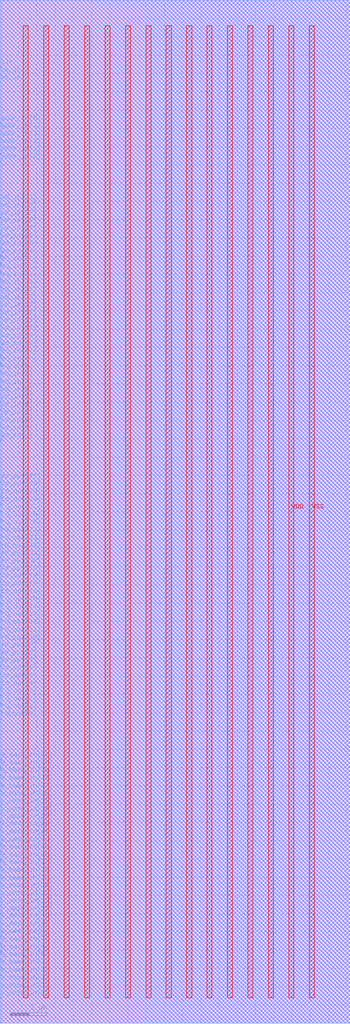
<source format=lef>
VERSION 5.7 ;
BUSBITCHARS "[]" ;
MACRO fakeram45_64x32
  FOREIGN fakeram45_64x32 0 0 ;
  SYMMETRY X Y R90 ;
  SIZE 19.190 BY 56.000 ;
  CLASS BLOCK ;
  PIN w_mask_in[0]
    DIRECTION INPUT ;
    USE SIGNAL ;
    SHAPE ABUTMENT ;
    PORT
      LAYER metal3 ;
      RECT 0.000 1.365 0.070 1.435 ;
    END
  END w_mask_in[0]
  PIN w_mask_in[1]
    DIRECTION INPUT ;
    USE SIGNAL ;
    SHAPE ABUTMENT ;
    PORT
      LAYER metal3 ;
      RECT 0.000 1.785 0.070 1.855 ;
    END
  END w_mask_in[1]
  PIN w_mask_in[2]
    DIRECTION INPUT ;
    USE SIGNAL ;
    SHAPE ABUTMENT ;
    PORT
      LAYER metal3 ;
      RECT 0.000 2.205 0.070 2.275 ;
    END
  END w_mask_in[2]
  PIN w_mask_in[3]
    DIRECTION INPUT ;
    USE SIGNAL ;
    SHAPE ABUTMENT ;
    PORT
      LAYER metal3 ;
      RECT 0.000 2.625 0.070 2.695 ;
    END
  END w_mask_in[3]
  PIN w_mask_in[4]
    DIRECTION INPUT ;
    USE SIGNAL ;
    SHAPE ABUTMENT ;
    PORT
      LAYER metal3 ;
      RECT 0.000 3.045 0.070 3.115 ;
    END
  END w_mask_in[4]
  PIN w_mask_in[5]
    DIRECTION INPUT ;
    USE SIGNAL ;
    SHAPE ABUTMENT ;
    PORT
      LAYER metal3 ;
      RECT 0.000 3.465 0.070 3.535 ;
    END
  END w_mask_in[5]
  PIN w_mask_in[6]
    DIRECTION INPUT ;
    USE SIGNAL ;
    SHAPE ABUTMENT ;
    PORT
      LAYER metal3 ;
      RECT 0.000 3.885 0.070 3.955 ;
    END
  END w_mask_in[6]
  PIN w_mask_in[7]
    DIRECTION INPUT ;
    USE SIGNAL ;
    SHAPE ABUTMENT ;
    PORT
      LAYER metal3 ;
      RECT 0.000 4.305 0.070 4.375 ;
    END
  END w_mask_in[7]
  PIN w_mask_in[8]
    DIRECTION INPUT ;
    USE SIGNAL ;
    SHAPE ABUTMENT ;
    PORT
      LAYER metal3 ;
      RECT 0.000 4.725 0.070 4.795 ;
    END
  END w_mask_in[8]
  PIN w_mask_in[9]
    DIRECTION INPUT ;
    USE SIGNAL ;
    SHAPE ABUTMENT ;
    PORT
      LAYER metal3 ;
      RECT 0.000 5.145 0.070 5.215 ;
    END
  END w_mask_in[9]
  PIN w_mask_in[10]
    DIRECTION INPUT ;
    USE SIGNAL ;
    SHAPE ABUTMENT ;
    PORT
      LAYER metal3 ;
      RECT 0.000 5.565 0.070 5.635 ;
    END
  END w_mask_in[10]
  PIN w_mask_in[11]
    DIRECTION INPUT ;
    USE SIGNAL ;
    SHAPE ABUTMENT ;
    PORT
      LAYER metal3 ;
      RECT 0.000 5.985 0.070 6.055 ;
    END
  END w_mask_in[11]
  PIN w_mask_in[12]
    DIRECTION INPUT ;
    USE SIGNAL ;
    SHAPE ABUTMENT ;
    PORT
      LAYER metal3 ;
      RECT 0.000 6.405 0.070 6.475 ;
    END
  END w_mask_in[12]
  PIN w_mask_in[13]
    DIRECTION INPUT ;
    USE SIGNAL ;
    SHAPE ABUTMENT ;
    PORT
      LAYER metal3 ;
      RECT 0.000 6.825 0.070 6.895 ;
    END
  END w_mask_in[13]
  PIN w_mask_in[14]
    DIRECTION INPUT ;
    USE SIGNAL ;
    SHAPE ABUTMENT ;
    PORT
      LAYER metal3 ;
      RECT 0.000 7.245 0.070 7.315 ;
    END
  END w_mask_in[14]
  PIN w_mask_in[15]
    DIRECTION INPUT ;
    USE SIGNAL ;
    SHAPE ABUTMENT ;
    PORT
      LAYER metal3 ;
      RECT 0.000 7.665 0.070 7.735 ;
    END
  END w_mask_in[15]
  PIN w_mask_in[16]
    DIRECTION INPUT ;
    USE SIGNAL ;
    SHAPE ABUTMENT ;
    PORT
      LAYER metal3 ;
      RECT 0.000 8.085 0.070 8.155 ;
    END
  END w_mask_in[16]
  PIN w_mask_in[17]
    DIRECTION INPUT ;
    USE SIGNAL ;
    SHAPE ABUTMENT ;
    PORT
      LAYER metal3 ;
      RECT 0.000 8.505 0.070 8.575 ;
    END
  END w_mask_in[17]
  PIN w_mask_in[18]
    DIRECTION INPUT ;
    USE SIGNAL ;
    SHAPE ABUTMENT ;
    PORT
      LAYER metal3 ;
      RECT 0.000 8.925 0.070 8.995 ;
    END
  END w_mask_in[18]
  PIN w_mask_in[19]
    DIRECTION INPUT ;
    USE SIGNAL ;
    SHAPE ABUTMENT ;
    PORT
      LAYER metal3 ;
      RECT 0.000 9.345 0.070 9.415 ;
    END
  END w_mask_in[19]
  PIN w_mask_in[20]
    DIRECTION INPUT ;
    USE SIGNAL ;
    SHAPE ABUTMENT ;
    PORT
      LAYER metal3 ;
      RECT 0.000 9.765 0.070 9.835 ;
    END
  END w_mask_in[20]
  PIN w_mask_in[21]
    DIRECTION INPUT ;
    USE SIGNAL ;
    SHAPE ABUTMENT ;
    PORT
      LAYER metal3 ;
      RECT 0.000 10.185 0.070 10.255 ;
    END
  END w_mask_in[21]
  PIN w_mask_in[22]
    DIRECTION INPUT ;
    USE SIGNAL ;
    SHAPE ABUTMENT ;
    PORT
      LAYER metal3 ;
      RECT 0.000 10.605 0.070 10.675 ;
    END
  END w_mask_in[22]
  PIN w_mask_in[23]
    DIRECTION INPUT ;
    USE SIGNAL ;
    SHAPE ABUTMENT ;
    PORT
      LAYER metal3 ;
      RECT 0.000 11.025 0.070 11.095 ;
    END
  END w_mask_in[23]
  PIN w_mask_in[24]
    DIRECTION INPUT ;
    USE SIGNAL ;
    SHAPE ABUTMENT ;
    PORT
      LAYER metal3 ;
      RECT 0.000 11.445 0.070 11.515 ;
    END
  END w_mask_in[24]
  PIN w_mask_in[25]
    DIRECTION INPUT ;
    USE SIGNAL ;
    SHAPE ABUTMENT ;
    PORT
      LAYER metal3 ;
      RECT 0.000 11.865 0.070 11.935 ;
    END
  END w_mask_in[25]
  PIN w_mask_in[26]
    DIRECTION INPUT ;
    USE SIGNAL ;
    SHAPE ABUTMENT ;
    PORT
      LAYER metal3 ;
      RECT 0.000 12.285 0.070 12.355 ;
    END
  END w_mask_in[26]
  PIN w_mask_in[27]
    DIRECTION INPUT ;
    USE SIGNAL ;
    SHAPE ABUTMENT ;
    PORT
      LAYER metal3 ;
      RECT 0.000 12.705 0.070 12.775 ;
    END
  END w_mask_in[27]
  PIN w_mask_in[28]
    DIRECTION INPUT ;
    USE SIGNAL ;
    SHAPE ABUTMENT ;
    PORT
      LAYER metal3 ;
      RECT 0.000 13.125 0.070 13.195 ;
    END
  END w_mask_in[28]
  PIN w_mask_in[29]
    DIRECTION INPUT ;
    USE SIGNAL ;
    SHAPE ABUTMENT ;
    PORT
      LAYER metal3 ;
      RECT 0.000 13.545 0.070 13.615 ;
    END
  END w_mask_in[29]
  PIN w_mask_in[30]
    DIRECTION INPUT ;
    USE SIGNAL ;
    SHAPE ABUTMENT ;
    PORT
      LAYER metal3 ;
      RECT 0.000 13.965 0.070 14.035 ;
    END
  END w_mask_in[30]
  PIN w_mask_in[31]
    DIRECTION INPUT ;
    USE SIGNAL ;
    SHAPE ABUTMENT ;
    PORT
      LAYER metal3 ;
      RECT 0.000 14.385 0.070 14.455 ;
    END
  END w_mask_in[31]
  PIN rd_out[0]
    DIRECTION OUTPUT ;
    USE SIGNAL ;
    SHAPE ABUTMENT ;
    PORT
      LAYER metal3 ;
      RECT 0.000 16.625 0.070 16.695 ;
    END
  END rd_out[0]
  PIN rd_out[1]
    DIRECTION OUTPUT ;
    USE SIGNAL ;
    SHAPE ABUTMENT ;
    PORT
      LAYER metal3 ;
      RECT 0.000 17.045 0.070 17.115 ;
    END
  END rd_out[1]
  PIN rd_out[2]
    DIRECTION OUTPUT ;
    USE SIGNAL ;
    SHAPE ABUTMENT ;
    PORT
      LAYER metal3 ;
      RECT 0.000 17.465 0.070 17.535 ;
    END
  END rd_out[2]
  PIN rd_out[3]
    DIRECTION OUTPUT ;
    USE SIGNAL ;
    SHAPE ABUTMENT ;
    PORT
      LAYER metal3 ;
      RECT 0.000 17.885 0.070 17.955 ;
    END
  END rd_out[3]
  PIN rd_out[4]
    DIRECTION OUTPUT ;
    USE SIGNAL ;
    SHAPE ABUTMENT ;
    PORT
      LAYER metal3 ;
      RECT 0.000 18.305 0.070 18.375 ;
    END
  END rd_out[4]
  PIN rd_out[5]
    DIRECTION OUTPUT ;
    USE SIGNAL ;
    SHAPE ABUTMENT ;
    PORT
      LAYER metal3 ;
      RECT 0.000 18.725 0.070 18.795 ;
    END
  END rd_out[5]
  PIN rd_out[6]
    DIRECTION OUTPUT ;
    USE SIGNAL ;
    SHAPE ABUTMENT ;
    PORT
      LAYER metal3 ;
      RECT 0.000 19.145 0.070 19.215 ;
    END
  END rd_out[6]
  PIN rd_out[7]
    DIRECTION OUTPUT ;
    USE SIGNAL ;
    SHAPE ABUTMENT ;
    PORT
      LAYER metal3 ;
      RECT 0.000 19.565 0.070 19.635 ;
    END
  END rd_out[7]
  PIN rd_out[8]
    DIRECTION OUTPUT ;
    USE SIGNAL ;
    SHAPE ABUTMENT ;
    PORT
      LAYER metal3 ;
      RECT 0.000 19.985 0.070 20.055 ;
    END
  END rd_out[8]
  PIN rd_out[9]
    DIRECTION OUTPUT ;
    USE SIGNAL ;
    SHAPE ABUTMENT ;
    PORT
      LAYER metal3 ;
      RECT 0.000 20.405 0.070 20.475 ;
    END
  END rd_out[9]
  PIN rd_out[10]
    DIRECTION OUTPUT ;
    USE SIGNAL ;
    SHAPE ABUTMENT ;
    PORT
      LAYER metal3 ;
      RECT 0.000 20.825 0.070 20.895 ;
    END
  END rd_out[10]
  PIN rd_out[11]
    DIRECTION OUTPUT ;
    USE SIGNAL ;
    SHAPE ABUTMENT ;
    PORT
      LAYER metal3 ;
      RECT 0.000 21.245 0.070 21.315 ;
    END
  END rd_out[11]
  PIN rd_out[12]
    DIRECTION OUTPUT ;
    USE SIGNAL ;
    SHAPE ABUTMENT ;
    PORT
      LAYER metal3 ;
      RECT 0.000 21.665 0.070 21.735 ;
    END
  END rd_out[12]
  PIN rd_out[13]
    DIRECTION OUTPUT ;
    USE SIGNAL ;
    SHAPE ABUTMENT ;
    PORT
      LAYER metal3 ;
      RECT 0.000 22.085 0.070 22.155 ;
    END
  END rd_out[13]
  PIN rd_out[14]
    DIRECTION OUTPUT ;
    USE SIGNAL ;
    SHAPE ABUTMENT ;
    PORT
      LAYER metal3 ;
      RECT 0.000 22.505 0.070 22.575 ;
    END
  END rd_out[14]
  PIN rd_out[15]
    DIRECTION OUTPUT ;
    USE SIGNAL ;
    SHAPE ABUTMENT ;
    PORT
      LAYER metal3 ;
      RECT 0.000 22.925 0.070 22.995 ;
    END
  END rd_out[15]
  PIN rd_out[16]
    DIRECTION OUTPUT ;
    USE SIGNAL ;
    SHAPE ABUTMENT ;
    PORT
      LAYER metal3 ;
      RECT 0.000 23.345 0.070 23.415 ;
    END
  END rd_out[16]
  PIN rd_out[17]
    DIRECTION OUTPUT ;
    USE SIGNAL ;
    SHAPE ABUTMENT ;
    PORT
      LAYER metal3 ;
      RECT 0.000 23.765 0.070 23.835 ;
    END
  END rd_out[17]
  PIN rd_out[18]
    DIRECTION OUTPUT ;
    USE SIGNAL ;
    SHAPE ABUTMENT ;
    PORT
      LAYER metal3 ;
      RECT 0.000 24.185 0.070 24.255 ;
    END
  END rd_out[18]
  PIN rd_out[19]
    DIRECTION OUTPUT ;
    USE SIGNAL ;
    SHAPE ABUTMENT ;
    PORT
      LAYER metal3 ;
      RECT 0.000 24.605 0.070 24.675 ;
    END
  END rd_out[19]
  PIN rd_out[20]
    DIRECTION OUTPUT ;
    USE SIGNAL ;
    SHAPE ABUTMENT ;
    PORT
      LAYER metal3 ;
      RECT 0.000 25.025 0.070 25.095 ;
    END
  END rd_out[20]
  PIN rd_out[21]
    DIRECTION OUTPUT ;
    USE SIGNAL ;
    SHAPE ABUTMENT ;
    PORT
      LAYER metal3 ;
      RECT 0.000 25.445 0.070 25.515 ;
    END
  END rd_out[21]
  PIN rd_out[22]
    DIRECTION OUTPUT ;
    USE SIGNAL ;
    SHAPE ABUTMENT ;
    PORT
      LAYER metal3 ;
      RECT 0.000 25.865 0.070 25.935 ;
    END
  END rd_out[22]
  PIN rd_out[23]
    DIRECTION OUTPUT ;
    USE SIGNAL ;
    SHAPE ABUTMENT ;
    PORT
      LAYER metal3 ;
      RECT 0.000 26.285 0.070 26.355 ;
    END
  END rd_out[23]
  PIN rd_out[24]
    DIRECTION OUTPUT ;
    USE SIGNAL ;
    SHAPE ABUTMENT ;
    PORT
      LAYER metal3 ;
      RECT 0.000 26.705 0.070 26.775 ;
    END
  END rd_out[24]
  PIN rd_out[25]
    DIRECTION OUTPUT ;
    USE SIGNAL ;
    SHAPE ABUTMENT ;
    PORT
      LAYER metal3 ;
      RECT 0.000 27.125 0.070 27.195 ;
    END
  END rd_out[25]
  PIN rd_out[26]
    DIRECTION OUTPUT ;
    USE SIGNAL ;
    SHAPE ABUTMENT ;
    PORT
      LAYER metal3 ;
      RECT 0.000 27.545 0.070 27.615 ;
    END
  END rd_out[26]
  PIN rd_out[27]
    DIRECTION OUTPUT ;
    USE SIGNAL ;
    SHAPE ABUTMENT ;
    PORT
      LAYER metal3 ;
      RECT 0.000 27.965 0.070 28.035 ;
    END
  END rd_out[27]
  PIN rd_out[28]
    DIRECTION OUTPUT ;
    USE SIGNAL ;
    SHAPE ABUTMENT ;
    PORT
      LAYER metal3 ;
      RECT 0.000 28.385 0.070 28.455 ;
    END
  END rd_out[28]
  PIN rd_out[29]
    DIRECTION OUTPUT ;
    USE SIGNAL ;
    SHAPE ABUTMENT ;
    PORT
      LAYER metal3 ;
      RECT 0.000 28.805 0.070 28.875 ;
    END
  END rd_out[29]
  PIN rd_out[30]
    DIRECTION OUTPUT ;
    USE SIGNAL ;
    SHAPE ABUTMENT ;
    PORT
      LAYER metal3 ;
      RECT 0.000 29.225 0.070 29.295 ;
    END
  END rd_out[30]
  PIN rd_out[31]
    DIRECTION OUTPUT ;
    USE SIGNAL ;
    SHAPE ABUTMENT ;
    PORT
      LAYER metal3 ;
      RECT 0.000 29.645 0.070 29.715 ;
    END
  END rd_out[31]
  PIN wd_in[0]
    DIRECTION INPUT ;
    USE SIGNAL ;
    SHAPE ABUTMENT ;
    PORT
      LAYER metal3 ;
      RECT 0.000 31.885 0.070 31.955 ;
    END
  END wd_in[0]
  PIN wd_in[1]
    DIRECTION INPUT ;
    USE SIGNAL ;
    SHAPE ABUTMENT ;
    PORT
      LAYER metal3 ;
      RECT 0.000 32.305 0.070 32.375 ;
    END
  END wd_in[1]
  PIN wd_in[2]
    DIRECTION INPUT ;
    USE SIGNAL ;
    SHAPE ABUTMENT ;
    PORT
      LAYER metal3 ;
      RECT 0.000 32.725 0.070 32.795 ;
    END
  END wd_in[2]
  PIN wd_in[3]
    DIRECTION INPUT ;
    USE SIGNAL ;
    SHAPE ABUTMENT ;
    PORT
      LAYER metal3 ;
      RECT 0.000 33.145 0.070 33.215 ;
    END
  END wd_in[3]
  PIN wd_in[4]
    DIRECTION INPUT ;
    USE SIGNAL ;
    SHAPE ABUTMENT ;
    PORT
      LAYER metal3 ;
      RECT 0.000 33.565 0.070 33.635 ;
    END
  END wd_in[4]
  PIN wd_in[5]
    DIRECTION INPUT ;
    USE SIGNAL ;
    SHAPE ABUTMENT ;
    PORT
      LAYER metal3 ;
      RECT 0.000 33.985 0.070 34.055 ;
    END
  END wd_in[5]
  PIN wd_in[6]
    DIRECTION INPUT ;
    USE SIGNAL ;
    SHAPE ABUTMENT ;
    PORT
      LAYER metal3 ;
      RECT 0.000 34.405 0.070 34.475 ;
    END
  END wd_in[6]
  PIN wd_in[7]
    DIRECTION INPUT ;
    USE SIGNAL ;
    SHAPE ABUTMENT ;
    PORT
      LAYER metal3 ;
      RECT 0.000 34.825 0.070 34.895 ;
    END
  END wd_in[7]
  PIN wd_in[8]
    DIRECTION INPUT ;
    USE SIGNAL ;
    SHAPE ABUTMENT ;
    PORT
      LAYER metal3 ;
      RECT 0.000 35.245 0.070 35.315 ;
    END
  END wd_in[8]
  PIN wd_in[9]
    DIRECTION INPUT ;
    USE SIGNAL ;
    SHAPE ABUTMENT ;
    PORT
      LAYER metal3 ;
      RECT 0.000 35.665 0.070 35.735 ;
    END
  END wd_in[9]
  PIN wd_in[10]
    DIRECTION INPUT ;
    USE SIGNAL ;
    SHAPE ABUTMENT ;
    PORT
      LAYER metal3 ;
      RECT 0.000 36.085 0.070 36.155 ;
    END
  END wd_in[10]
  PIN wd_in[11]
    DIRECTION INPUT ;
    USE SIGNAL ;
    SHAPE ABUTMENT ;
    PORT
      LAYER metal3 ;
      RECT 0.000 36.505 0.070 36.575 ;
    END
  END wd_in[11]
  PIN wd_in[12]
    DIRECTION INPUT ;
    USE SIGNAL ;
    SHAPE ABUTMENT ;
    PORT
      LAYER metal3 ;
      RECT 0.000 36.925 0.070 36.995 ;
    END
  END wd_in[12]
  PIN wd_in[13]
    DIRECTION INPUT ;
    USE SIGNAL ;
    SHAPE ABUTMENT ;
    PORT
      LAYER metal3 ;
      RECT 0.000 37.345 0.070 37.415 ;
    END
  END wd_in[13]
  PIN wd_in[14]
    DIRECTION INPUT ;
    USE SIGNAL ;
    SHAPE ABUTMENT ;
    PORT
      LAYER metal3 ;
      RECT 0.000 37.765 0.070 37.835 ;
    END
  END wd_in[14]
  PIN wd_in[15]
    DIRECTION INPUT ;
    USE SIGNAL ;
    SHAPE ABUTMENT ;
    PORT
      LAYER metal3 ;
      RECT 0.000 38.185 0.070 38.255 ;
    END
  END wd_in[15]
  PIN wd_in[16]
    DIRECTION INPUT ;
    USE SIGNAL ;
    SHAPE ABUTMENT ;
    PORT
      LAYER metal3 ;
      RECT 0.000 38.605 0.070 38.675 ;
    END
  END wd_in[16]
  PIN wd_in[17]
    DIRECTION INPUT ;
    USE SIGNAL ;
    SHAPE ABUTMENT ;
    PORT
      LAYER metal3 ;
      RECT 0.000 39.025 0.070 39.095 ;
    END
  END wd_in[17]
  PIN wd_in[18]
    DIRECTION INPUT ;
    USE SIGNAL ;
    SHAPE ABUTMENT ;
    PORT
      LAYER metal3 ;
      RECT 0.000 39.445 0.070 39.515 ;
    END
  END wd_in[18]
  PIN wd_in[19]
    DIRECTION INPUT ;
    USE SIGNAL ;
    SHAPE ABUTMENT ;
    PORT
      LAYER metal3 ;
      RECT 0.000 39.865 0.070 39.935 ;
    END
  END wd_in[19]
  PIN wd_in[20]
    DIRECTION INPUT ;
    USE SIGNAL ;
    SHAPE ABUTMENT ;
    PORT
      LAYER metal3 ;
      RECT 0.000 40.285 0.070 40.355 ;
    END
  END wd_in[20]
  PIN wd_in[21]
    DIRECTION INPUT ;
    USE SIGNAL ;
    SHAPE ABUTMENT ;
    PORT
      LAYER metal3 ;
      RECT 0.000 40.705 0.070 40.775 ;
    END
  END wd_in[21]
  PIN wd_in[22]
    DIRECTION INPUT ;
    USE SIGNAL ;
    SHAPE ABUTMENT ;
    PORT
      LAYER metal3 ;
      RECT 0.000 41.125 0.070 41.195 ;
    END
  END wd_in[22]
  PIN wd_in[23]
    DIRECTION INPUT ;
    USE SIGNAL ;
    SHAPE ABUTMENT ;
    PORT
      LAYER metal3 ;
      RECT 0.000 41.545 0.070 41.615 ;
    END
  END wd_in[23]
  PIN wd_in[24]
    DIRECTION INPUT ;
    USE SIGNAL ;
    SHAPE ABUTMENT ;
    PORT
      LAYER metal3 ;
      RECT 0.000 41.965 0.070 42.035 ;
    END
  END wd_in[24]
  PIN wd_in[25]
    DIRECTION INPUT ;
    USE SIGNAL ;
    SHAPE ABUTMENT ;
    PORT
      LAYER metal3 ;
      RECT 0.000 42.385 0.070 42.455 ;
    END
  END wd_in[25]
  PIN wd_in[26]
    DIRECTION INPUT ;
    USE SIGNAL ;
    SHAPE ABUTMENT ;
    PORT
      LAYER metal3 ;
      RECT 0.000 42.805 0.070 42.875 ;
    END
  END wd_in[26]
  PIN wd_in[27]
    DIRECTION INPUT ;
    USE SIGNAL ;
    SHAPE ABUTMENT ;
    PORT
      LAYER metal3 ;
      RECT 0.000 43.225 0.070 43.295 ;
    END
  END wd_in[27]
  PIN wd_in[28]
    DIRECTION INPUT ;
    USE SIGNAL ;
    SHAPE ABUTMENT ;
    PORT
      LAYER metal3 ;
      RECT 0.000 43.645 0.070 43.715 ;
    END
  END wd_in[28]
  PIN wd_in[29]
    DIRECTION INPUT ;
    USE SIGNAL ;
    SHAPE ABUTMENT ;
    PORT
      LAYER metal3 ;
      RECT 0.000 44.065 0.070 44.135 ;
    END
  END wd_in[29]
  PIN wd_in[30]
    DIRECTION INPUT ;
    USE SIGNAL ;
    SHAPE ABUTMENT ;
    PORT
      LAYER metal3 ;
      RECT 0.000 44.485 0.070 44.555 ;
    END
  END wd_in[30]
  PIN wd_in[31]
    DIRECTION INPUT ;
    USE SIGNAL ;
    SHAPE ABUTMENT ;
    PORT
      LAYER metal3 ;
      RECT 0.000 44.905 0.070 44.975 ;
    END
  END wd_in[31]
  PIN addr_in[0]
    DIRECTION INPUT ;
    USE SIGNAL ;
    SHAPE ABUTMENT ;
    PORT
      LAYER metal3 ;
      RECT 0.000 47.145 0.070 47.215 ;
    END
  END addr_in[0]
  PIN addr_in[1]
    DIRECTION INPUT ;
    USE SIGNAL ;
    SHAPE ABUTMENT ;
    PORT
      LAYER metal3 ;
      RECT 0.000 47.565 0.070 47.635 ;
    END
  END addr_in[1]
  PIN addr_in[2]
    DIRECTION INPUT ;
    USE SIGNAL ;
    SHAPE ABUTMENT ;
    PORT
      LAYER metal3 ;
      RECT 0.000 47.985 0.070 48.055 ;
    END
  END addr_in[2]
  PIN addr_in[3]
    DIRECTION INPUT ;
    USE SIGNAL ;
    SHAPE ABUTMENT ;
    PORT
      LAYER metal3 ;
      RECT 0.000 48.405 0.070 48.475 ;
    END
  END addr_in[3]
  PIN addr_in[4]
    DIRECTION INPUT ;
    USE SIGNAL ;
    SHAPE ABUTMENT ;
    PORT
      LAYER metal3 ;
      RECT 0.000 48.825 0.070 48.895 ;
    END
  END addr_in[4]
  PIN addr_in[5]
    DIRECTION INPUT ;
    USE SIGNAL ;
    SHAPE ABUTMENT ;
    PORT
      LAYER metal3 ;
      RECT 0.000 49.245 0.070 49.315 ;
    END
  END addr_in[5]
  PIN we_in
    DIRECTION INPUT ;
    USE SIGNAL ;
    SHAPE ABUTMENT ;
    PORT
      LAYER metal3 ;
      RECT 0.000 51.485 0.070 51.555 ;
    END
  END we_in
  PIN ce_in
    DIRECTION INPUT ;
    USE SIGNAL ;
    SHAPE ABUTMENT ;
    PORT
      LAYER metal3 ;
      RECT 0.000 51.905 0.070 51.975 ;
    END
  END ce_in
  PIN clk
    DIRECTION INPUT ;
    USE SIGNAL ;
    SHAPE ABUTMENT ;
    PORT
      LAYER metal3 ;
      RECT 0.000 52.325 0.070 52.395 ;
    END
  END clk
  PIN VSS
    DIRECTION INOUT ;
    USE GROUND ;
    PORT
      LAYER metal4 ;
      RECT 1.260 1.400 1.540 54.600 ;
      RECT 3.500 1.400 3.780 54.600 ;
      RECT 5.740 1.400 6.020 54.600 ;
      RECT 7.980 1.400 8.260 54.600 ;
      RECT 10.220 1.400 10.500 54.600 ;
      RECT 12.460 1.400 12.740 54.600 ;
      RECT 14.700 1.400 14.980 54.600 ;
      RECT 16.940 1.400 17.220 54.600 ;
    END
  END VSS
  PIN VDD
    DIRECTION INOUT ;
    USE POWER ;
    PORT
      LAYER metal4 ;
      RECT 2.380 1.400 2.660 54.600 ;
      RECT 4.620 1.400 4.900 54.600 ;
      RECT 6.860 1.400 7.140 54.600 ;
      RECT 9.100 1.400 9.380 54.600 ;
      RECT 11.340 1.400 11.620 54.600 ;
      RECT 13.580 1.400 13.860 54.600 ;
      RECT 15.820 1.400 16.100 54.600 ;
    END
  END VDD
  OBS
    LAYER metal1 ;
    RECT 0 0 19.190 56.000 ;
    LAYER metal2 ;
    RECT 0 0 19.190 56.000 ;
    LAYER metal3 ;
    RECT 0.070 0 19.190 56.000 ;
    RECT 0 0.000 0.070 1.365 ;
    RECT 0 1.435 0.070 1.785 ;
    RECT 0 1.855 0.070 2.205 ;
    RECT 0 2.275 0.070 2.625 ;
    RECT 0 2.695 0.070 3.045 ;
    RECT 0 3.115 0.070 3.465 ;
    RECT 0 3.535 0.070 3.885 ;
    RECT 0 3.955 0.070 4.305 ;
    RECT 0 4.375 0.070 4.725 ;
    RECT 0 4.795 0.070 5.145 ;
    RECT 0 5.215 0.070 5.565 ;
    RECT 0 5.635 0.070 5.985 ;
    RECT 0 6.055 0.070 6.405 ;
    RECT 0 6.475 0.070 6.825 ;
    RECT 0 6.895 0.070 7.245 ;
    RECT 0 7.315 0.070 7.665 ;
    RECT 0 7.735 0.070 8.085 ;
    RECT 0 8.155 0.070 8.505 ;
    RECT 0 8.575 0.070 8.925 ;
    RECT 0 8.995 0.070 9.345 ;
    RECT 0 9.415 0.070 9.765 ;
    RECT 0 9.835 0.070 10.185 ;
    RECT 0 10.255 0.070 10.605 ;
    RECT 0 10.675 0.070 11.025 ;
    RECT 0 11.095 0.070 11.445 ;
    RECT 0 11.515 0.070 11.865 ;
    RECT 0 11.935 0.070 12.285 ;
    RECT 0 12.355 0.070 12.705 ;
    RECT 0 12.775 0.070 13.125 ;
    RECT 0 13.195 0.070 13.545 ;
    RECT 0 13.615 0.070 13.965 ;
    RECT 0 14.035 0.070 14.385 ;
    RECT 0 14.455 0.070 16.625 ;
    RECT 0 16.695 0.070 17.045 ;
    RECT 0 17.115 0.070 17.465 ;
    RECT 0 17.535 0.070 17.885 ;
    RECT 0 17.955 0.070 18.305 ;
    RECT 0 18.375 0.070 18.725 ;
    RECT 0 18.795 0.070 19.145 ;
    RECT 0 19.215 0.070 19.565 ;
    RECT 0 19.635 0.070 19.985 ;
    RECT 0 20.055 0.070 20.405 ;
    RECT 0 20.475 0.070 20.825 ;
    RECT 0 20.895 0.070 21.245 ;
    RECT 0 21.315 0.070 21.665 ;
    RECT 0 21.735 0.070 22.085 ;
    RECT 0 22.155 0.070 22.505 ;
    RECT 0 22.575 0.070 22.925 ;
    RECT 0 22.995 0.070 23.345 ;
    RECT 0 23.415 0.070 23.765 ;
    RECT 0 23.835 0.070 24.185 ;
    RECT 0 24.255 0.070 24.605 ;
    RECT 0 24.675 0.070 25.025 ;
    RECT 0 25.095 0.070 25.445 ;
    RECT 0 25.515 0.070 25.865 ;
    RECT 0 25.935 0.070 26.285 ;
    RECT 0 26.355 0.070 26.705 ;
    RECT 0 26.775 0.070 27.125 ;
    RECT 0 27.195 0.070 27.545 ;
    RECT 0 27.615 0.070 27.965 ;
    RECT 0 28.035 0.070 28.385 ;
    RECT 0 28.455 0.070 28.805 ;
    RECT 0 28.875 0.070 29.225 ;
    RECT 0 29.295 0.070 29.645 ;
    RECT 0 29.715 0.070 31.885 ;
    RECT 0 31.955 0.070 32.305 ;
    RECT 0 32.375 0.070 32.725 ;
    RECT 0 32.795 0.070 33.145 ;
    RECT 0 33.215 0.070 33.565 ;
    RECT 0 33.635 0.070 33.985 ;
    RECT 0 34.055 0.070 34.405 ;
    RECT 0 34.475 0.070 34.825 ;
    RECT 0 34.895 0.070 35.245 ;
    RECT 0 35.315 0.070 35.665 ;
    RECT 0 35.735 0.070 36.085 ;
    RECT 0 36.155 0.070 36.505 ;
    RECT 0 36.575 0.070 36.925 ;
    RECT 0 36.995 0.070 37.345 ;
    RECT 0 37.415 0.070 37.765 ;
    RECT 0 37.835 0.070 38.185 ;
    RECT 0 38.255 0.070 38.605 ;
    RECT 0 38.675 0.070 39.025 ;
    RECT 0 39.095 0.070 39.445 ;
    RECT 0 39.515 0.070 39.865 ;
    RECT 0 39.935 0.070 40.285 ;
    RECT 0 40.355 0.070 40.705 ;
    RECT 0 40.775 0.070 41.125 ;
    RECT 0 41.195 0.070 41.545 ;
    RECT 0 41.615 0.070 41.965 ;
    RECT 0 42.035 0.070 42.385 ;
    RECT 0 42.455 0.070 42.805 ;
    RECT 0 42.875 0.070 43.225 ;
    RECT 0 43.295 0.070 43.645 ;
    RECT 0 43.715 0.070 44.065 ;
    RECT 0 44.135 0.070 44.485 ;
    RECT 0 44.555 0.070 44.905 ;
    RECT 0 44.975 0.070 47.145 ;
    RECT 0 47.215 0.070 47.565 ;
    RECT 0 47.635 0.070 47.985 ;
    RECT 0 48.055 0.070 48.405 ;
    RECT 0 48.475 0.070 48.825 ;
    RECT 0 48.895 0.070 49.245 ;
    RECT 0 49.315 0.070 51.485 ;
    RECT 0 51.555 0.070 51.905 ;
    RECT 0 51.975 0.070 52.325 ;
    RECT 0 52.395 0.070 56.000 ;
    LAYER OVERLAP ;
    RECT 0 0 19.190 56.000 ;
  END
END fakeram45_64x32

END LIBRARY

</source>
